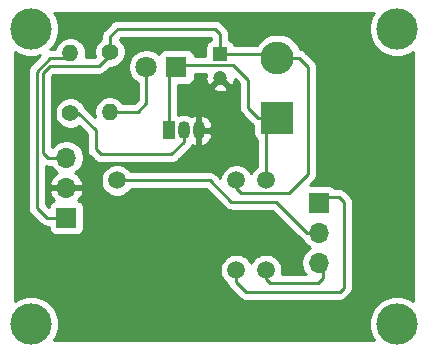
<source format=gbr>
%TF.GenerationSoftware,KiCad,Pcbnew,(5.1.12)-1*%
%TF.CreationDate,2023-08-22T21:21:53+05:30*%
%TF.ProjectId,SINGLE CHANNEL RELAY MODULE,53494e47-4c45-4204-9348-414e4e454c20,rev?*%
%TF.SameCoordinates,Original*%
%TF.FileFunction,Copper,L2,Bot*%
%TF.FilePolarity,Positive*%
%FSLAX46Y46*%
G04 Gerber Fmt 4.6, Leading zero omitted, Abs format (unit mm)*
G04 Created by KiCad (PCBNEW (5.1.12)-1) date 2023-08-22 21:21:53*
%MOMM*%
%LPD*%
G01*
G04 APERTURE LIST*
%TA.AperFunction,ComponentPad*%
%ADD10O,2.800000X2.800000*%
%TD*%
%TA.AperFunction,ComponentPad*%
%ADD11R,2.800000X2.800000*%
%TD*%
%TA.AperFunction,ComponentPad*%
%ADD12C,1.200000*%
%TD*%
%TA.AperFunction,ComponentPad*%
%ADD13R,1.200000X1.200000*%
%TD*%
%TA.AperFunction,ComponentPad*%
%ADD14O,1.400000X1.400000*%
%TD*%
%TA.AperFunction,ComponentPad*%
%ADD15C,1.400000*%
%TD*%
%TA.AperFunction,ComponentPad*%
%ADD16R,1.050000X1.500000*%
%TD*%
%TA.AperFunction,ComponentPad*%
%ADD17O,1.050000X1.500000*%
%TD*%
%TA.AperFunction,ComponentPad*%
%ADD18C,1.508000*%
%TD*%
%TA.AperFunction,ComponentPad*%
%ADD19O,1.700000X1.700000*%
%TD*%
%TA.AperFunction,ComponentPad*%
%ADD20R,1.700000X1.700000*%
%TD*%
%TA.AperFunction,ComponentPad*%
%ADD21C,1.800000*%
%TD*%
%TA.AperFunction,ComponentPad*%
%ADD22R,1.800000X1.800000*%
%TD*%
%TA.AperFunction,ViaPad*%
%ADD23C,3.500000*%
%TD*%
%TA.AperFunction,Conductor*%
%ADD24C,0.250000*%
%TD*%
%TA.AperFunction,Conductor*%
%ADD25C,0.254000*%
%TD*%
%TA.AperFunction,Conductor*%
%ADD26C,0.100000*%
%TD*%
G04 APERTURE END LIST*
D10*
%TO.P,D2,2*%
%TO.N,VCC*%
X160880000Y-77450000D03*
D11*
%TO.P,D2,1*%
%TO.N,Net-(D1-Pad1)*%
X160880000Y-82530000D03*
%TD*%
D12*
%TO.P,C1,2*%
%TO.N,Earth*%
X156020000Y-79140000D03*
D13*
%TO.P,C1,1*%
%TO.N,VCC*%
X156020000Y-77140000D03*
%TD*%
D14*
%TO.P,R2,2*%
%TO.N,Net-(J1-Pad1)*%
X143350000Y-77070000D03*
D15*
%TO.P,R2,1*%
%TO.N,Net-(Q1-Pad2)*%
X143350000Y-82150000D03*
%TD*%
D14*
%TO.P,R1,2*%
%TO.N,Net-(D1-Pad2)*%
X146690000Y-82050000D03*
D15*
%TO.P,R1,1*%
%TO.N,VCC*%
X146690000Y-76970000D03*
%TD*%
D16*
%TO.P,Q1,1*%
%TO.N,Net-(D1-Pad1)*%
X151660000Y-83600000D03*
D17*
%TO.P,Q1,3*%
%TO.N,Earth*%
X154200000Y-83600000D03*
%TO.P,Q1,2*%
%TO.N,Net-(Q1-Pad2)*%
X152930000Y-83600000D03*
%TD*%
D18*
%TO.P,K1,12*%
%TO.N,Net-(J2-Pad3)*%
X159890000Y-95440000D03*
%TO.P,K1,14*%
%TO.N,Net-(J2-Pad1)*%
X157390000Y-95440000D03*
%TO.P,K1,A1*%
%TO.N,Net-(D1-Pad1)*%
X159890000Y-87840000D03*
%TO.P,K1,A2*%
%TO.N,VCC*%
X157390000Y-87840000D03*
%TO.P,K1,11*%
%TO.N,Net-(J2-Pad2)*%
X147290000Y-87840000D03*
%TD*%
D19*
%TO.P,J2,3*%
%TO.N,Net-(J2-Pad3)*%
X164390000Y-94820000D03*
%TO.P,J2,2*%
%TO.N,Net-(J2-Pad2)*%
X164390000Y-92280000D03*
D20*
%TO.P,J2,1*%
%TO.N,Net-(J2-Pad1)*%
X164390000Y-89740000D03*
%TD*%
D19*
%TO.P,J1,3*%
%TO.N,VCC*%
X143000000Y-85920000D03*
%TO.P,J1,2*%
%TO.N,Earth*%
X143000000Y-88460000D03*
D20*
%TO.P,J1,1*%
%TO.N,Net-(J1-Pad1)*%
X143000000Y-91000000D03*
%TD*%
D21*
%TO.P,D1,2*%
%TO.N,Net-(D1-Pad2)*%
X149790000Y-78250000D03*
D22*
%TO.P,D1,1*%
%TO.N,Net-(D1-Pad1)*%
X152330000Y-78250000D03*
%TD*%
D23*
%TO.N,*%
X140000000Y-75000000D03*
X171000000Y-75000000D03*
X140000000Y-100000000D03*
X171000000Y-100000000D03*
%TD*%
D24*
%TO.N,VCC*%
X160570000Y-77140000D02*
X160880000Y-77450000D01*
X156020000Y-77140000D02*
X160570000Y-77140000D01*
X146690000Y-76970000D02*
X146690000Y-75660000D01*
X146690000Y-75660000D02*
X147340000Y-75010000D01*
X147340000Y-75010000D02*
X155600000Y-75010000D01*
X156020000Y-75430000D02*
X156020000Y-77140000D01*
X155600000Y-75010000D02*
X156020000Y-75430000D01*
X162680000Y-77450000D02*
X160880000Y-77450000D01*
X163460000Y-87340000D02*
X163460000Y-78230000D01*
X161890000Y-88910000D02*
X163460000Y-87340000D01*
X160416922Y-88910000D02*
X161890000Y-88910000D01*
X160407921Y-88919001D02*
X160416922Y-88910000D01*
X159372079Y-88919001D02*
X160407921Y-88919001D01*
X159363078Y-88910000D02*
X159372079Y-88919001D01*
X157780000Y-88910000D02*
X159363078Y-88910000D01*
X163460000Y-78230000D02*
X162680000Y-77450000D01*
X157390000Y-88520000D02*
X157780000Y-88910000D01*
X157390000Y-87840000D02*
X157390000Y-88520000D01*
X146690000Y-77225000D02*
X146690000Y-76970000D01*
X145755000Y-78160000D02*
X146690000Y-77225000D01*
X141600000Y-78160000D02*
X145755000Y-78160000D01*
X141030000Y-78730000D02*
X141600000Y-78160000D01*
X141030000Y-85540000D02*
X141030000Y-78730000D01*
X141410000Y-85920000D02*
X141030000Y-85540000D01*
X143000000Y-85920000D02*
X141410000Y-85920000D01*
%TO.N,Net-(D1-Pad2)*%
X149640000Y-78100000D02*
X149790000Y-78250000D01*
X146690000Y-82050000D02*
X149060000Y-82050000D01*
X149790000Y-81320000D02*
X149790000Y-78250000D01*
X149060000Y-82050000D02*
X149790000Y-81320000D01*
%TO.N,Net-(D1-Pad1)*%
X159890000Y-83520000D02*
X160880000Y-82530000D01*
X151660000Y-78920000D02*
X152330000Y-78250000D01*
X151660000Y-83600000D02*
X151660000Y-78920000D01*
X159890000Y-87840000D02*
X159890000Y-83520000D01*
X159230000Y-82530000D02*
X158380000Y-81680000D01*
X160880000Y-82530000D02*
X159230000Y-82530000D01*
X158380000Y-81680000D02*
X158380000Y-79310000D01*
X152514999Y-78065001D02*
X152330000Y-78250000D01*
X157135001Y-78065001D02*
X152514999Y-78065001D01*
X158380000Y-79310000D02*
X157135001Y-78065001D01*
%TO.N,Net-(J1-Pad1)*%
X140480000Y-78640000D02*
X140480000Y-90150000D01*
X141610000Y-77510000D02*
X140480000Y-78640000D01*
X141330000Y-91000000D02*
X143000000Y-91000000D01*
X142910000Y-77510000D02*
X141610000Y-77510000D01*
X140480000Y-90150000D02*
X141330000Y-91000000D01*
X143350000Y-77070000D02*
X142910000Y-77510000D01*
%TO.N,Net-(J2-Pad3)*%
X164770000Y-95200000D02*
X164390000Y-94820000D01*
X164770000Y-96130000D02*
X164770000Y-95200000D01*
X164330000Y-96570000D02*
X164770000Y-96130000D01*
X160270000Y-96570000D02*
X164330000Y-96570000D01*
X159890000Y-96190000D02*
X160270000Y-96570000D01*
X159890000Y-95440000D02*
X159890000Y-96190000D01*
%TO.N,Net-(J2-Pad2)*%
X147290000Y-87840000D02*
X155170000Y-87840000D01*
X155170000Y-87840000D02*
X156970000Y-89640000D01*
X160760000Y-89640000D02*
X163400000Y-92280000D01*
X163400000Y-92280000D02*
X164390000Y-92280000D01*
X156970000Y-89640000D02*
X160760000Y-89640000D01*
%TO.N,Net-(J2-Pad1)*%
X166110000Y-89280000D02*
X164850000Y-89280000D01*
X166510000Y-96930000D02*
X166510000Y-89680000D01*
X166160000Y-97280000D02*
X166510000Y-96930000D01*
X158180000Y-97280000D02*
X166160000Y-97280000D01*
X164850000Y-89280000D02*
X164390000Y-89740000D01*
X166510000Y-89680000D02*
X166110000Y-89280000D01*
X157390000Y-96490000D02*
X158180000Y-97280000D01*
X157390000Y-95440000D02*
X157390000Y-96490000D01*
%TO.N,Net-(Q1-Pad2)*%
X152930000Y-84190002D02*
X152930000Y-83600000D01*
X152930000Y-83600000D02*
X152930000Y-84620000D01*
X152930000Y-84620000D02*
X151900000Y-85650000D01*
X151900000Y-85650000D02*
X145920000Y-85650000D01*
X145920000Y-85650000D02*
X145480000Y-85210000D01*
X145480000Y-85210000D02*
X145480000Y-83620000D01*
X144010000Y-82150000D02*
X143350000Y-82150000D01*
X145480000Y-83620000D02*
X144010000Y-82150000D01*
%TD*%
D25*
%TO.N,Earth*%
X168886440Y-73870279D02*
X168706654Y-74304321D01*
X168615000Y-74765098D01*
X168615000Y-75234902D01*
X168706654Y-75695679D01*
X168886440Y-76129721D01*
X169147450Y-76520349D01*
X169479651Y-76852550D01*
X169870279Y-77113560D01*
X170304321Y-77293346D01*
X170765098Y-77385000D01*
X171234902Y-77385000D01*
X171695679Y-77293346D01*
X172129721Y-77113560D01*
X172340001Y-76973055D01*
X172340000Y-98026944D01*
X172129721Y-97886440D01*
X171695679Y-97706654D01*
X171234902Y-97615000D01*
X170765098Y-97615000D01*
X170304321Y-97706654D01*
X169870279Y-97886440D01*
X169479651Y-98147450D01*
X169147450Y-98479651D01*
X168886440Y-98870279D01*
X168706654Y-99304321D01*
X168615000Y-99765098D01*
X168615000Y-100234902D01*
X168706654Y-100695679D01*
X168886440Y-101129721D01*
X169026944Y-101340000D01*
X141973056Y-101340000D01*
X142113560Y-101129721D01*
X142293346Y-100695679D01*
X142385000Y-100234902D01*
X142385000Y-99765098D01*
X142293346Y-99304321D01*
X142113560Y-98870279D01*
X141852550Y-98479651D01*
X141520349Y-98147450D01*
X141129721Y-97886440D01*
X140695679Y-97706654D01*
X140234902Y-97615000D01*
X139765098Y-97615000D01*
X139304321Y-97706654D01*
X138870279Y-97886440D01*
X138660000Y-98026944D01*
X138660000Y-76973056D01*
X138870279Y-77113560D01*
X139304321Y-77293346D01*
X139765098Y-77385000D01*
X140234902Y-77385000D01*
X140695679Y-77293346D01*
X140791573Y-77253626D01*
X139969002Y-78076196D01*
X139939999Y-78099999D01*
X139896453Y-78153061D01*
X139845026Y-78215724D01*
X139821893Y-78259003D01*
X139774454Y-78347754D01*
X139730997Y-78491015D01*
X139720000Y-78602668D01*
X139720000Y-78602678D01*
X139716324Y-78640000D01*
X139720000Y-78677322D01*
X139720001Y-90112668D01*
X139716324Y-90150000D01*
X139720001Y-90187333D01*
X139726272Y-90250997D01*
X139730998Y-90298985D01*
X139774454Y-90442246D01*
X139845026Y-90574276D01*
X139857931Y-90590000D01*
X139940000Y-90690001D01*
X139968998Y-90713799D01*
X140766201Y-91511003D01*
X140789999Y-91540001D01*
X140818997Y-91563799D01*
X140905724Y-91634974D01*
X141037753Y-91705546D01*
X141181014Y-91749003D01*
X141330000Y-91763677D01*
X141367333Y-91760000D01*
X141511928Y-91760000D01*
X141511928Y-91850000D01*
X141524188Y-91974482D01*
X141560498Y-92094180D01*
X141619463Y-92204494D01*
X141698815Y-92301185D01*
X141795506Y-92380537D01*
X141905820Y-92439502D01*
X142025518Y-92475812D01*
X142150000Y-92488072D01*
X143850000Y-92488072D01*
X143974482Y-92475812D01*
X144094180Y-92439502D01*
X144204494Y-92380537D01*
X144301185Y-92301185D01*
X144380537Y-92204494D01*
X144439502Y-92094180D01*
X144475812Y-91974482D01*
X144488072Y-91850000D01*
X144488072Y-90150000D01*
X144475812Y-90025518D01*
X144439502Y-89905820D01*
X144380537Y-89795506D01*
X144301185Y-89698815D01*
X144204494Y-89619463D01*
X144094180Y-89560498D01*
X144013534Y-89536034D01*
X144097588Y-89460269D01*
X144271641Y-89226920D01*
X144396825Y-88964099D01*
X144441476Y-88816890D01*
X144320155Y-88587000D01*
X143127000Y-88587000D01*
X143127000Y-88607000D01*
X142873000Y-88607000D01*
X142873000Y-88587000D01*
X141679845Y-88587000D01*
X141558524Y-88816890D01*
X141603175Y-88964099D01*
X141728359Y-89226920D01*
X141902412Y-89460269D01*
X141986466Y-89536034D01*
X141905820Y-89560498D01*
X141795506Y-89619463D01*
X141698815Y-89698815D01*
X141619463Y-89795506D01*
X141560498Y-89905820D01*
X141524188Y-90025518D01*
X141515772Y-90110970D01*
X141240000Y-89835199D01*
X141240000Y-86662629D01*
X141261014Y-86669003D01*
X141372667Y-86680000D01*
X141372676Y-86680000D01*
X141409999Y-86683676D01*
X141447322Y-86680000D01*
X141721822Y-86680000D01*
X141846525Y-86866632D01*
X142053368Y-87073475D01*
X142235534Y-87195195D01*
X142118645Y-87264822D01*
X141902412Y-87459731D01*
X141728359Y-87693080D01*
X141603175Y-87955901D01*
X141558524Y-88103110D01*
X141679845Y-88333000D01*
X142873000Y-88333000D01*
X142873000Y-88313000D01*
X143127000Y-88313000D01*
X143127000Y-88333000D01*
X144320155Y-88333000D01*
X144441476Y-88103110D01*
X144396825Y-87955901D01*
X144271641Y-87693080D01*
X144097588Y-87459731D01*
X143881355Y-87264822D01*
X143764466Y-87195195D01*
X143946632Y-87073475D01*
X144153475Y-86866632D01*
X144315990Y-86623411D01*
X144427932Y-86353158D01*
X144485000Y-86066260D01*
X144485000Y-85773740D01*
X144427932Y-85486842D01*
X144315990Y-85216589D01*
X144153475Y-84973368D01*
X143946632Y-84766525D01*
X143703411Y-84604010D01*
X143433158Y-84492068D01*
X143146260Y-84435000D01*
X142853740Y-84435000D01*
X142566842Y-84492068D01*
X142296589Y-84604010D01*
X142053368Y-84766525D01*
X141846525Y-84973368D01*
X141790000Y-85057964D01*
X141790000Y-79044801D01*
X141914802Y-78920000D01*
X145717678Y-78920000D01*
X145755000Y-78923676D01*
X145792322Y-78920000D01*
X145792333Y-78920000D01*
X145903986Y-78909003D01*
X146047247Y-78865546D01*
X146179276Y-78794974D01*
X146295001Y-78700001D01*
X146318804Y-78670998D01*
X146684801Y-78305000D01*
X146821486Y-78305000D01*
X147079405Y-78253696D01*
X147322359Y-78153061D01*
X147541013Y-78006962D01*
X147726962Y-77821013D01*
X147873061Y-77602359D01*
X147973696Y-77359405D01*
X148025000Y-77101486D01*
X148025000Y-76838514D01*
X147973696Y-76580595D01*
X147873061Y-76337641D01*
X147726962Y-76118987D01*
X147541013Y-75933038D01*
X147511490Y-75913311D01*
X147654802Y-75770000D01*
X155260000Y-75770000D01*
X155260000Y-75924962D01*
X155175820Y-75950498D01*
X155065506Y-76009463D01*
X154968815Y-76088815D01*
X154889463Y-76185506D01*
X154830498Y-76295820D01*
X154794188Y-76415518D01*
X154781928Y-76540000D01*
X154781928Y-77305001D01*
X153863640Y-77305001D01*
X153855812Y-77225518D01*
X153819502Y-77105820D01*
X153760537Y-76995506D01*
X153681185Y-76898815D01*
X153584494Y-76819463D01*
X153474180Y-76760498D01*
X153354482Y-76724188D01*
X153230000Y-76711928D01*
X151430000Y-76711928D01*
X151305518Y-76724188D01*
X151185820Y-76760498D01*
X151075506Y-76819463D01*
X150978815Y-76898815D01*
X150899463Y-76995506D01*
X150840498Y-77105820D01*
X150834944Y-77124127D01*
X150768505Y-77057688D01*
X150517095Y-76889701D01*
X150237743Y-76773989D01*
X149941184Y-76715000D01*
X149638816Y-76715000D01*
X149342257Y-76773989D01*
X149062905Y-76889701D01*
X148811495Y-77057688D01*
X148597688Y-77271495D01*
X148429701Y-77522905D01*
X148313989Y-77802257D01*
X148255000Y-78098816D01*
X148255000Y-78401184D01*
X148313989Y-78697743D01*
X148429701Y-78977095D01*
X148597688Y-79228505D01*
X148811495Y-79442312D01*
X149030001Y-79588313D01*
X149030000Y-81005198D01*
X148745199Y-81290000D01*
X147787775Y-81290000D01*
X147726962Y-81198987D01*
X147541013Y-81013038D01*
X147322359Y-80866939D01*
X147079405Y-80766304D01*
X146821486Y-80715000D01*
X146558514Y-80715000D01*
X146300595Y-80766304D01*
X146057641Y-80866939D01*
X145838987Y-81013038D01*
X145653038Y-81198987D01*
X145506939Y-81417641D01*
X145406304Y-81660595D01*
X145355000Y-81918514D01*
X145355000Y-82181486D01*
X145406304Y-82439405D01*
X145429000Y-82494199D01*
X144590067Y-81655266D01*
X144533061Y-81517641D01*
X144386962Y-81298987D01*
X144201013Y-81113038D01*
X143982359Y-80966939D01*
X143739405Y-80866304D01*
X143481486Y-80815000D01*
X143218514Y-80815000D01*
X142960595Y-80866304D01*
X142717641Y-80966939D01*
X142498987Y-81113038D01*
X142313038Y-81298987D01*
X142166939Y-81517641D01*
X142066304Y-81760595D01*
X142015000Y-82018514D01*
X142015000Y-82281486D01*
X142066304Y-82539405D01*
X142166939Y-82782359D01*
X142313038Y-83001013D01*
X142498987Y-83186962D01*
X142717641Y-83333061D01*
X142960595Y-83433696D01*
X143218514Y-83485000D01*
X143481486Y-83485000D01*
X143739405Y-83433696D01*
X143982359Y-83333061D01*
X144063826Y-83278627D01*
X144720001Y-83934803D01*
X144720000Y-85172677D01*
X144716324Y-85210000D01*
X144720000Y-85247322D01*
X144720000Y-85247332D01*
X144730997Y-85358985D01*
X144769781Y-85486842D01*
X144774454Y-85502246D01*
X144845026Y-85634276D01*
X144857931Y-85650000D01*
X144939999Y-85750001D01*
X144969003Y-85773804D01*
X145356196Y-86160997D01*
X145379999Y-86190001D01*
X145447681Y-86245546D01*
X145495723Y-86284974D01*
X145623285Y-86353158D01*
X145627753Y-86355546D01*
X145771014Y-86399003D01*
X145882667Y-86410000D01*
X145882677Y-86410000D01*
X145920000Y-86413676D01*
X145957323Y-86410000D01*
X151862678Y-86410000D01*
X151900000Y-86413676D01*
X151937322Y-86410000D01*
X151937333Y-86410000D01*
X152048986Y-86399003D01*
X152192247Y-86355546D01*
X152324276Y-86284974D01*
X152440001Y-86190001D01*
X152463804Y-86160998D01*
X153441003Y-85183799D01*
X153470001Y-85160001D01*
X153551237Y-85061015D01*
X153564974Y-85044277D01*
X153635546Y-84912247D01*
X153652778Y-84855438D01*
X153832663Y-84935272D01*
X153894190Y-84943964D01*
X154073000Y-84818163D01*
X154073000Y-84053108D01*
X154073215Y-84052399D01*
X154090000Y-83881978D01*
X154090000Y-83727000D01*
X154327000Y-83727000D01*
X154327000Y-84818163D01*
X154505810Y-84943964D01*
X154567337Y-84935272D01*
X154776882Y-84842275D01*
X154964258Y-84710184D01*
X155122264Y-84544076D01*
X155244828Y-84350334D01*
X155327239Y-84136404D01*
X155366331Y-83910507D01*
X155206598Y-83727000D01*
X154327000Y-83727000D01*
X154090000Y-83727000D01*
X154090000Y-83318021D01*
X154073215Y-83147600D01*
X154073000Y-83146891D01*
X154073000Y-82381837D01*
X154327000Y-82381837D01*
X154327000Y-83473000D01*
X155206598Y-83473000D01*
X155366331Y-83289493D01*
X155327239Y-83063596D01*
X155244828Y-82849666D01*
X155122264Y-82655924D01*
X154964258Y-82489816D01*
X154776882Y-82357725D01*
X154567337Y-82264728D01*
X154505810Y-82256036D01*
X154327000Y-82381837D01*
X154073000Y-82381837D01*
X153894190Y-82256036D01*
X153832663Y-82264728D01*
X153623118Y-82357725D01*
X153564669Y-82398929D01*
X153376059Y-82298115D01*
X153157399Y-82231785D01*
X152930000Y-82209388D01*
X152702600Y-82231785D01*
X152493902Y-82295093D01*
X152429180Y-82260498D01*
X152420000Y-82257713D01*
X152420000Y-79989764D01*
X155349841Y-79989764D01*
X155397148Y-80213348D01*
X155618516Y-80314237D01*
X155855313Y-80370000D01*
X156098438Y-80378495D01*
X156338549Y-80339395D01*
X156566418Y-80254202D01*
X156642852Y-80213348D01*
X156690159Y-79989764D01*
X156020000Y-79319605D01*
X155349841Y-79989764D01*
X152420000Y-79989764D01*
X152420000Y-79788072D01*
X153230000Y-79788072D01*
X153354482Y-79775812D01*
X153474180Y-79739502D01*
X153584494Y-79680537D01*
X153681185Y-79601185D01*
X153760537Y-79504494D01*
X153819502Y-79394180D01*
X153855812Y-79274482D01*
X153868072Y-79150000D01*
X153868072Y-78825001D01*
X154825397Y-78825001D01*
X154790000Y-78975313D01*
X154781505Y-79218438D01*
X154820605Y-79458549D01*
X154905798Y-79686418D01*
X154946652Y-79762852D01*
X155170236Y-79810159D01*
X155840395Y-79140000D01*
X155826253Y-79125858D01*
X156005858Y-78946253D01*
X156020000Y-78960395D01*
X156034143Y-78946253D01*
X156213748Y-79125858D01*
X156199605Y-79140000D01*
X156869764Y-79810159D01*
X157093348Y-79762852D01*
X157194237Y-79541484D01*
X157250000Y-79304687D01*
X157251684Y-79256486D01*
X157620001Y-79624803D01*
X157620000Y-81642677D01*
X157616324Y-81680000D01*
X157620000Y-81717322D01*
X157620000Y-81717332D01*
X157630997Y-81828985D01*
X157652847Y-81901015D01*
X157674454Y-81972246D01*
X157745026Y-82104276D01*
X157782551Y-82150000D01*
X157839999Y-82220001D01*
X157869002Y-82243803D01*
X158666201Y-83041003D01*
X158689999Y-83070001D01*
X158805724Y-83164974D01*
X158841928Y-83184326D01*
X158841928Y-83930000D01*
X158854188Y-84054482D01*
X158890498Y-84174180D01*
X158949463Y-84284494D01*
X159028815Y-84381185D01*
X159125506Y-84460537D01*
X159130001Y-84462940D01*
X159130000Y-86677279D01*
X159004564Y-86761093D01*
X158811093Y-86954564D01*
X158659084Y-87182062D01*
X158640000Y-87228135D01*
X158620916Y-87182062D01*
X158468907Y-86954564D01*
X158275436Y-86761093D01*
X158047938Y-86609084D01*
X157795156Y-86504378D01*
X157526805Y-86451000D01*
X157253195Y-86451000D01*
X156984844Y-86504378D01*
X156732062Y-86609084D01*
X156504564Y-86761093D01*
X156311093Y-86954564D01*
X156159084Y-87182062D01*
X156054378Y-87434844D01*
X156018752Y-87613950D01*
X155733803Y-87329002D01*
X155710001Y-87299999D01*
X155594276Y-87205026D01*
X155462247Y-87134454D01*
X155318986Y-87090997D01*
X155207333Y-87080000D01*
X155207322Y-87080000D01*
X155170000Y-87076324D01*
X155132678Y-87080000D01*
X148452720Y-87080000D01*
X148368907Y-86954564D01*
X148175436Y-86761093D01*
X147947938Y-86609084D01*
X147695156Y-86504378D01*
X147426805Y-86451000D01*
X147153195Y-86451000D01*
X146884844Y-86504378D01*
X146632062Y-86609084D01*
X146404564Y-86761093D01*
X146211093Y-86954564D01*
X146059084Y-87182062D01*
X145954378Y-87434844D01*
X145901000Y-87703195D01*
X145901000Y-87976805D01*
X145954378Y-88245156D01*
X146059084Y-88497938D01*
X146211093Y-88725436D01*
X146404564Y-88918907D01*
X146632062Y-89070916D01*
X146884844Y-89175622D01*
X147153195Y-89229000D01*
X147426805Y-89229000D01*
X147695156Y-89175622D01*
X147947938Y-89070916D01*
X148175436Y-88918907D01*
X148368907Y-88725436D01*
X148452720Y-88600000D01*
X154855199Y-88600000D01*
X156406205Y-90151008D01*
X156429999Y-90180001D01*
X156458992Y-90203795D01*
X156458996Y-90203799D01*
X156503108Y-90240000D01*
X156545724Y-90274974D01*
X156677753Y-90345546D01*
X156821014Y-90389003D01*
X156932667Y-90400000D01*
X156932676Y-90400000D01*
X156969999Y-90403676D01*
X157007322Y-90400000D01*
X160445199Y-90400000D01*
X162836201Y-92791003D01*
X162859999Y-92820001D01*
X162975724Y-92914974D01*
X163065551Y-92962988D01*
X163074010Y-92983411D01*
X163236525Y-93226632D01*
X163443368Y-93433475D01*
X163617760Y-93550000D01*
X163443368Y-93666525D01*
X163236525Y-93873368D01*
X163074010Y-94116589D01*
X162962068Y-94386842D01*
X162905000Y-94673740D01*
X162905000Y-94966260D01*
X162962068Y-95253158D01*
X163074010Y-95523411D01*
X163236525Y-95766632D01*
X163279893Y-95810000D01*
X161232615Y-95810000D01*
X161279000Y-95576805D01*
X161279000Y-95303195D01*
X161225622Y-95034844D01*
X161120916Y-94782062D01*
X160968907Y-94554564D01*
X160775436Y-94361093D01*
X160547938Y-94209084D01*
X160295156Y-94104378D01*
X160026805Y-94051000D01*
X159753195Y-94051000D01*
X159484844Y-94104378D01*
X159232062Y-94209084D01*
X159004564Y-94361093D01*
X158811093Y-94554564D01*
X158659084Y-94782062D01*
X158640000Y-94828135D01*
X158620916Y-94782062D01*
X158468907Y-94554564D01*
X158275436Y-94361093D01*
X158047938Y-94209084D01*
X157795156Y-94104378D01*
X157526805Y-94051000D01*
X157253195Y-94051000D01*
X156984844Y-94104378D01*
X156732062Y-94209084D01*
X156504564Y-94361093D01*
X156311093Y-94554564D01*
X156159084Y-94782062D01*
X156054378Y-95034844D01*
X156001000Y-95303195D01*
X156001000Y-95576805D01*
X156054378Y-95845156D01*
X156159084Y-96097938D01*
X156311093Y-96325436D01*
X156504564Y-96518907D01*
X156637949Y-96608032D01*
X156640998Y-96638985D01*
X156684454Y-96782246D01*
X156755026Y-96914276D01*
X156815328Y-96987753D01*
X156850000Y-97030001D01*
X156878998Y-97053799D01*
X157616201Y-97791002D01*
X157639999Y-97820001D01*
X157755724Y-97914974D01*
X157887753Y-97985546D01*
X158031014Y-98029003D01*
X158142667Y-98040000D01*
X158142675Y-98040000D01*
X158180000Y-98043676D01*
X158217325Y-98040000D01*
X166122678Y-98040000D01*
X166160000Y-98043676D01*
X166197322Y-98040000D01*
X166197333Y-98040000D01*
X166308986Y-98029003D01*
X166452247Y-97985546D01*
X166584276Y-97914974D01*
X166700001Y-97820001D01*
X166723804Y-97790997D01*
X167020998Y-97493803D01*
X167050001Y-97470001D01*
X167144974Y-97354276D01*
X167215546Y-97222247D01*
X167259003Y-97078986D01*
X167270000Y-96967333D01*
X167270000Y-96967325D01*
X167273676Y-96930000D01*
X167270000Y-96892675D01*
X167270000Y-89717322D01*
X167273676Y-89679999D01*
X167270000Y-89642676D01*
X167270000Y-89642667D01*
X167259003Y-89531014D01*
X167215546Y-89387753D01*
X167144974Y-89255724D01*
X167050001Y-89139999D01*
X167021002Y-89116200D01*
X166673803Y-88769002D01*
X166650001Y-88739999D01*
X166534276Y-88645026D01*
X166402247Y-88574454D01*
X166258986Y-88530997D01*
X166147333Y-88520000D01*
X166147322Y-88520000D01*
X166110000Y-88516324D01*
X166072678Y-88520000D01*
X165757812Y-88520000D01*
X165691185Y-88438815D01*
X165594494Y-88359463D01*
X165484180Y-88300498D01*
X165364482Y-88264188D01*
X165240000Y-88251928D01*
X163622874Y-88251928D01*
X163971004Y-87903798D01*
X164000001Y-87880001D01*
X164094974Y-87764276D01*
X164165546Y-87632247D01*
X164209003Y-87488986D01*
X164220000Y-87377333D01*
X164220000Y-87377324D01*
X164223676Y-87340001D01*
X164220000Y-87302678D01*
X164220000Y-78267333D01*
X164223677Y-78230000D01*
X164209003Y-78081014D01*
X164165546Y-77937753D01*
X164094974Y-77805724D01*
X164037755Y-77736003D01*
X164000001Y-77689999D01*
X163971002Y-77666201D01*
X163243803Y-76939002D01*
X163220001Y-76909999D01*
X163104276Y-76815026D01*
X162972247Y-76744454D01*
X162828986Y-76700997D01*
X162770015Y-76695189D01*
X162683393Y-76486066D01*
X162460687Y-76152763D01*
X162177237Y-75869313D01*
X161843934Y-75646607D01*
X161473587Y-75493204D01*
X161080430Y-75415000D01*
X160679570Y-75415000D01*
X160286413Y-75493204D01*
X159916066Y-75646607D01*
X159582763Y-75869313D01*
X159299313Y-76152763D01*
X159147478Y-76380000D01*
X157235038Y-76380000D01*
X157209502Y-76295820D01*
X157150537Y-76185506D01*
X157071185Y-76088815D01*
X156974494Y-76009463D01*
X156864180Y-75950498D01*
X156780000Y-75924962D01*
X156780000Y-75467325D01*
X156783676Y-75430000D01*
X156780000Y-75392675D01*
X156780000Y-75392667D01*
X156769003Y-75281014D01*
X156725546Y-75137753D01*
X156654974Y-75005724D01*
X156560001Y-74889999D01*
X156530998Y-74866197D01*
X156163804Y-74499003D01*
X156140001Y-74469999D01*
X156024276Y-74375026D01*
X155892247Y-74304454D01*
X155748986Y-74260997D01*
X155637333Y-74250000D01*
X155637322Y-74250000D01*
X155600000Y-74246324D01*
X155562678Y-74250000D01*
X147377323Y-74250000D01*
X147340000Y-74246324D01*
X147302677Y-74250000D01*
X147302667Y-74250000D01*
X147191014Y-74260997D01*
X147047753Y-74304454D01*
X146915724Y-74375026D01*
X146799999Y-74469999D01*
X146776200Y-74498998D01*
X146178998Y-75096201D01*
X146150000Y-75119999D01*
X146126202Y-75148997D01*
X146126201Y-75148998D01*
X146055026Y-75235724D01*
X145984454Y-75367754D01*
X145940998Y-75511015D01*
X145926324Y-75660000D01*
X145930001Y-75697332D01*
X145930001Y-75872225D01*
X145838987Y-75933038D01*
X145653038Y-76118987D01*
X145506939Y-76337641D01*
X145406304Y-76580595D01*
X145355000Y-76838514D01*
X145355000Y-77101486D01*
X145406304Y-77359405D01*
X145423119Y-77400000D01*
X144645513Y-77400000D01*
X144685000Y-77201486D01*
X144685000Y-76938514D01*
X144633696Y-76680595D01*
X144533061Y-76437641D01*
X144386962Y-76218987D01*
X144201013Y-76033038D01*
X143982359Y-75886939D01*
X143739405Y-75786304D01*
X143481486Y-75735000D01*
X143218514Y-75735000D01*
X142960595Y-75786304D01*
X142717641Y-75886939D01*
X142498987Y-76033038D01*
X142313038Y-76218987D01*
X142166939Y-76437641D01*
X142066304Y-76680595D01*
X142052498Y-76750000D01*
X141647322Y-76750000D01*
X141625089Y-76747810D01*
X141852550Y-76520349D01*
X142113560Y-76129721D01*
X142293346Y-75695679D01*
X142385000Y-75234902D01*
X142385000Y-74765098D01*
X142293346Y-74304321D01*
X142113560Y-73870279D01*
X141973056Y-73660000D01*
X169026944Y-73660000D01*
X168886440Y-73870279D01*
%TA.AperFunction,Conductor*%
D26*
G36*
X168886440Y-73870279D02*
G01*
X168706654Y-74304321D01*
X168615000Y-74765098D01*
X168615000Y-75234902D01*
X168706654Y-75695679D01*
X168886440Y-76129721D01*
X169147450Y-76520349D01*
X169479651Y-76852550D01*
X169870279Y-77113560D01*
X170304321Y-77293346D01*
X170765098Y-77385000D01*
X171234902Y-77385000D01*
X171695679Y-77293346D01*
X172129721Y-77113560D01*
X172340001Y-76973055D01*
X172340000Y-98026944D01*
X172129721Y-97886440D01*
X171695679Y-97706654D01*
X171234902Y-97615000D01*
X170765098Y-97615000D01*
X170304321Y-97706654D01*
X169870279Y-97886440D01*
X169479651Y-98147450D01*
X169147450Y-98479651D01*
X168886440Y-98870279D01*
X168706654Y-99304321D01*
X168615000Y-99765098D01*
X168615000Y-100234902D01*
X168706654Y-100695679D01*
X168886440Y-101129721D01*
X169026944Y-101340000D01*
X141973056Y-101340000D01*
X142113560Y-101129721D01*
X142293346Y-100695679D01*
X142385000Y-100234902D01*
X142385000Y-99765098D01*
X142293346Y-99304321D01*
X142113560Y-98870279D01*
X141852550Y-98479651D01*
X141520349Y-98147450D01*
X141129721Y-97886440D01*
X140695679Y-97706654D01*
X140234902Y-97615000D01*
X139765098Y-97615000D01*
X139304321Y-97706654D01*
X138870279Y-97886440D01*
X138660000Y-98026944D01*
X138660000Y-76973056D01*
X138870279Y-77113560D01*
X139304321Y-77293346D01*
X139765098Y-77385000D01*
X140234902Y-77385000D01*
X140695679Y-77293346D01*
X140791573Y-77253626D01*
X139969002Y-78076196D01*
X139939999Y-78099999D01*
X139896453Y-78153061D01*
X139845026Y-78215724D01*
X139821893Y-78259003D01*
X139774454Y-78347754D01*
X139730997Y-78491015D01*
X139720000Y-78602668D01*
X139720000Y-78602678D01*
X139716324Y-78640000D01*
X139720000Y-78677322D01*
X139720001Y-90112668D01*
X139716324Y-90150000D01*
X139720001Y-90187333D01*
X139726272Y-90250997D01*
X139730998Y-90298985D01*
X139774454Y-90442246D01*
X139845026Y-90574276D01*
X139857931Y-90590000D01*
X139940000Y-90690001D01*
X139968998Y-90713799D01*
X140766201Y-91511003D01*
X140789999Y-91540001D01*
X140818997Y-91563799D01*
X140905724Y-91634974D01*
X141037753Y-91705546D01*
X141181014Y-91749003D01*
X141330000Y-91763677D01*
X141367333Y-91760000D01*
X141511928Y-91760000D01*
X141511928Y-91850000D01*
X141524188Y-91974482D01*
X141560498Y-92094180D01*
X141619463Y-92204494D01*
X141698815Y-92301185D01*
X141795506Y-92380537D01*
X141905820Y-92439502D01*
X142025518Y-92475812D01*
X142150000Y-92488072D01*
X143850000Y-92488072D01*
X143974482Y-92475812D01*
X144094180Y-92439502D01*
X144204494Y-92380537D01*
X144301185Y-92301185D01*
X144380537Y-92204494D01*
X144439502Y-92094180D01*
X144475812Y-91974482D01*
X144488072Y-91850000D01*
X144488072Y-90150000D01*
X144475812Y-90025518D01*
X144439502Y-89905820D01*
X144380537Y-89795506D01*
X144301185Y-89698815D01*
X144204494Y-89619463D01*
X144094180Y-89560498D01*
X144013534Y-89536034D01*
X144097588Y-89460269D01*
X144271641Y-89226920D01*
X144396825Y-88964099D01*
X144441476Y-88816890D01*
X144320155Y-88587000D01*
X143127000Y-88587000D01*
X143127000Y-88607000D01*
X142873000Y-88607000D01*
X142873000Y-88587000D01*
X141679845Y-88587000D01*
X141558524Y-88816890D01*
X141603175Y-88964099D01*
X141728359Y-89226920D01*
X141902412Y-89460269D01*
X141986466Y-89536034D01*
X141905820Y-89560498D01*
X141795506Y-89619463D01*
X141698815Y-89698815D01*
X141619463Y-89795506D01*
X141560498Y-89905820D01*
X141524188Y-90025518D01*
X141515772Y-90110970D01*
X141240000Y-89835199D01*
X141240000Y-86662629D01*
X141261014Y-86669003D01*
X141372667Y-86680000D01*
X141372676Y-86680000D01*
X141409999Y-86683676D01*
X141447322Y-86680000D01*
X141721822Y-86680000D01*
X141846525Y-86866632D01*
X142053368Y-87073475D01*
X142235534Y-87195195D01*
X142118645Y-87264822D01*
X141902412Y-87459731D01*
X141728359Y-87693080D01*
X141603175Y-87955901D01*
X141558524Y-88103110D01*
X141679845Y-88333000D01*
X142873000Y-88333000D01*
X142873000Y-88313000D01*
X143127000Y-88313000D01*
X143127000Y-88333000D01*
X144320155Y-88333000D01*
X144441476Y-88103110D01*
X144396825Y-87955901D01*
X144271641Y-87693080D01*
X144097588Y-87459731D01*
X143881355Y-87264822D01*
X143764466Y-87195195D01*
X143946632Y-87073475D01*
X144153475Y-86866632D01*
X144315990Y-86623411D01*
X144427932Y-86353158D01*
X144485000Y-86066260D01*
X144485000Y-85773740D01*
X144427932Y-85486842D01*
X144315990Y-85216589D01*
X144153475Y-84973368D01*
X143946632Y-84766525D01*
X143703411Y-84604010D01*
X143433158Y-84492068D01*
X143146260Y-84435000D01*
X142853740Y-84435000D01*
X142566842Y-84492068D01*
X142296589Y-84604010D01*
X142053368Y-84766525D01*
X141846525Y-84973368D01*
X141790000Y-85057964D01*
X141790000Y-79044801D01*
X141914802Y-78920000D01*
X145717678Y-78920000D01*
X145755000Y-78923676D01*
X145792322Y-78920000D01*
X145792333Y-78920000D01*
X145903986Y-78909003D01*
X146047247Y-78865546D01*
X146179276Y-78794974D01*
X146295001Y-78700001D01*
X146318804Y-78670998D01*
X146684801Y-78305000D01*
X146821486Y-78305000D01*
X147079405Y-78253696D01*
X147322359Y-78153061D01*
X147541013Y-78006962D01*
X147726962Y-77821013D01*
X147873061Y-77602359D01*
X147973696Y-77359405D01*
X148025000Y-77101486D01*
X148025000Y-76838514D01*
X147973696Y-76580595D01*
X147873061Y-76337641D01*
X147726962Y-76118987D01*
X147541013Y-75933038D01*
X147511490Y-75913311D01*
X147654802Y-75770000D01*
X155260000Y-75770000D01*
X155260000Y-75924962D01*
X155175820Y-75950498D01*
X155065506Y-76009463D01*
X154968815Y-76088815D01*
X154889463Y-76185506D01*
X154830498Y-76295820D01*
X154794188Y-76415518D01*
X154781928Y-76540000D01*
X154781928Y-77305001D01*
X153863640Y-77305001D01*
X153855812Y-77225518D01*
X153819502Y-77105820D01*
X153760537Y-76995506D01*
X153681185Y-76898815D01*
X153584494Y-76819463D01*
X153474180Y-76760498D01*
X153354482Y-76724188D01*
X153230000Y-76711928D01*
X151430000Y-76711928D01*
X151305518Y-76724188D01*
X151185820Y-76760498D01*
X151075506Y-76819463D01*
X150978815Y-76898815D01*
X150899463Y-76995506D01*
X150840498Y-77105820D01*
X150834944Y-77124127D01*
X150768505Y-77057688D01*
X150517095Y-76889701D01*
X150237743Y-76773989D01*
X149941184Y-76715000D01*
X149638816Y-76715000D01*
X149342257Y-76773989D01*
X149062905Y-76889701D01*
X148811495Y-77057688D01*
X148597688Y-77271495D01*
X148429701Y-77522905D01*
X148313989Y-77802257D01*
X148255000Y-78098816D01*
X148255000Y-78401184D01*
X148313989Y-78697743D01*
X148429701Y-78977095D01*
X148597688Y-79228505D01*
X148811495Y-79442312D01*
X149030001Y-79588313D01*
X149030000Y-81005198D01*
X148745199Y-81290000D01*
X147787775Y-81290000D01*
X147726962Y-81198987D01*
X147541013Y-81013038D01*
X147322359Y-80866939D01*
X147079405Y-80766304D01*
X146821486Y-80715000D01*
X146558514Y-80715000D01*
X146300595Y-80766304D01*
X146057641Y-80866939D01*
X145838987Y-81013038D01*
X145653038Y-81198987D01*
X145506939Y-81417641D01*
X145406304Y-81660595D01*
X145355000Y-81918514D01*
X145355000Y-82181486D01*
X145406304Y-82439405D01*
X145429000Y-82494199D01*
X144590067Y-81655266D01*
X144533061Y-81517641D01*
X144386962Y-81298987D01*
X144201013Y-81113038D01*
X143982359Y-80966939D01*
X143739405Y-80866304D01*
X143481486Y-80815000D01*
X143218514Y-80815000D01*
X142960595Y-80866304D01*
X142717641Y-80966939D01*
X142498987Y-81113038D01*
X142313038Y-81298987D01*
X142166939Y-81517641D01*
X142066304Y-81760595D01*
X142015000Y-82018514D01*
X142015000Y-82281486D01*
X142066304Y-82539405D01*
X142166939Y-82782359D01*
X142313038Y-83001013D01*
X142498987Y-83186962D01*
X142717641Y-83333061D01*
X142960595Y-83433696D01*
X143218514Y-83485000D01*
X143481486Y-83485000D01*
X143739405Y-83433696D01*
X143982359Y-83333061D01*
X144063826Y-83278627D01*
X144720001Y-83934803D01*
X144720000Y-85172677D01*
X144716324Y-85210000D01*
X144720000Y-85247322D01*
X144720000Y-85247332D01*
X144730997Y-85358985D01*
X144769781Y-85486842D01*
X144774454Y-85502246D01*
X144845026Y-85634276D01*
X144857931Y-85650000D01*
X144939999Y-85750001D01*
X144969003Y-85773804D01*
X145356196Y-86160997D01*
X145379999Y-86190001D01*
X145447681Y-86245546D01*
X145495723Y-86284974D01*
X145623285Y-86353158D01*
X145627753Y-86355546D01*
X145771014Y-86399003D01*
X145882667Y-86410000D01*
X145882677Y-86410000D01*
X145920000Y-86413676D01*
X145957323Y-86410000D01*
X151862678Y-86410000D01*
X151900000Y-86413676D01*
X151937322Y-86410000D01*
X151937333Y-86410000D01*
X152048986Y-86399003D01*
X152192247Y-86355546D01*
X152324276Y-86284974D01*
X152440001Y-86190001D01*
X152463804Y-86160998D01*
X153441003Y-85183799D01*
X153470001Y-85160001D01*
X153551237Y-85061015D01*
X153564974Y-85044277D01*
X153635546Y-84912247D01*
X153652778Y-84855438D01*
X153832663Y-84935272D01*
X153894190Y-84943964D01*
X154073000Y-84818163D01*
X154073000Y-84053108D01*
X154073215Y-84052399D01*
X154090000Y-83881978D01*
X154090000Y-83727000D01*
X154327000Y-83727000D01*
X154327000Y-84818163D01*
X154505810Y-84943964D01*
X154567337Y-84935272D01*
X154776882Y-84842275D01*
X154964258Y-84710184D01*
X155122264Y-84544076D01*
X155244828Y-84350334D01*
X155327239Y-84136404D01*
X155366331Y-83910507D01*
X155206598Y-83727000D01*
X154327000Y-83727000D01*
X154090000Y-83727000D01*
X154090000Y-83318021D01*
X154073215Y-83147600D01*
X154073000Y-83146891D01*
X154073000Y-82381837D01*
X154327000Y-82381837D01*
X154327000Y-83473000D01*
X155206598Y-83473000D01*
X155366331Y-83289493D01*
X155327239Y-83063596D01*
X155244828Y-82849666D01*
X155122264Y-82655924D01*
X154964258Y-82489816D01*
X154776882Y-82357725D01*
X154567337Y-82264728D01*
X154505810Y-82256036D01*
X154327000Y-82381837D01*
X154073000Y-82381837D01*
X153894190Y-82256036D01*
X153832663Y-82264728D01*
X153623118Y-82357725D01*
X153564669Y-82398929D01*
X153376059Y-82298115D01*
X153157399Y-82231785D01*
X152930000Y-82209388D01*
X152702600Y-82231785D01*
X152493902Y-82295093D01*
X152429180Y-82260498D01*
X152420000Y-82257713D01*
X152420000Y-79989764D01*
X155349841Y-79989764D01*
X155397148Y-80213348D01*
X155618516Y-80314237D01*
X155855313Y-80370000D01*
X156098438Y-80378495D01*
X156338549Y-80339395D01*
X156566418Y-80254202D01*
X156642852Y-80213348D01*
X156690159Y-79989764D01*
X156020000Y-79319605D01*
X155349841Y-79989764D01*
X152420000Y-79989764D01*
X152420000Y-79788072D01*
X153230000Y-79788072D01*
X153354482Y-79775812D01*
X153474180Y-79739502D01*
X153584494Y-79680537D01*
X153681185Y-79601185D01*
X153760537Y-79504494D01*
X153819502Y-79394180D01*
X153855812Y-79274482D01*
X153868072Y-79150000D01*
X153868072Y-78825001D01*
X154825397Y-78825001D01*
X154790000Y-78975313D01*
X154781505Y-79218438D01*
X154820605Y-79458549D01*
X154905798Y-79686418D01*
X154946652Y-79762852D01*
X155170236Y-79810159D01*
X155840395Y-79140000D01*
X155826253Y-79125858D01*
X156005858Y-78946253D01*
X156020000Y-78960395D01*
X156034143Y-78946253D01*
X156213748Y-79125858D01*
X156199605Y-79140000D01*
X156869764Y-79810159D01*
X157093348Y-79762852D01*
X157194237Y-79541484D01*
X157250000Y-79304687D01*
X157251684Y-79256486D01*
X157620001Y-79624803D01*
X157620000Y-81642677D01*
X157616324Y-81680000D01*
X157620000Y-81717322D01*
X157620000Y-81717332D01*
X157630997Y-81828985D01*
X157652847Y-81901015D01*
X157674454Y-81972246D01*
X157745026Y-82104276D01*
X157782551Y-82150000D01*
X157839999Y-82220001D01*
X157869002Y-82243803D01*
X158666201Y-83041003D01*
X158689999Y-83070001D01*
X158805724Y-83164974D01*
X158841928Y-83184326D01*
X158841928Y-83930000D01*
X158854188Y-84054482D01*
X158890498Y-84174180D01*
X158949463Y-84284494D01*
X159028815Y-84381185D01*
X159125506Y-84460537D01*
X159130001Y-84462940D01*
X159130000Y-86677279D01*
X159004564Y-86761093D01*
X158811093Y-86954564D01*
X158659084Y-87182062D01*
X158640000Y-87228135D01*
X158620916Y-87182062D01*
X158468907Y-86954564D01*
X158275436Y-86761093D01*
X158047938Y-86609084D01*
X157795156Y-86504378D01*
X157526805Y-86451000D01*
X157253195Y-86451000D01*
X156984844Y-86504378D01*
X156732062Y-86609084D01*
X156504564Y-86761093D01*
X156311093Y-86954564D01*
X156159084Y-87182062D01*
X156054378Y-87434844D01*
X156018752Y-87613950D01*
X155733803Y-87329002D01*
X155710001Y-87299999D01*
X155594276Y-87205026D01*
X155462247Y-87134454D01*
X155318986Y-87090997D01*
X155207333Y-87080000D01*
X155207322Y-87080000D01*
X155170000Y-87076324D01*
X155132678Y-87080000D01*
X148452720Y-87080000D01*
X148368907Y-86954564D01*
X148175436Y-86761093D01*
X147947938Y-86609084D01*
X147695156Y-86504378D01*
X147426805Y-86451000D01*
X147153195Y-86451000D01*
X146884844Y-86504378D01*
X146632062Y-86609084D01*
X146404564Y-86761093D01*
X146211093Y-86954564D01*
X146059084Y-87182062D01*
X145954378Y-87434844D01*
X145901000Y-87703195D01*
X145901000Y-87976805D01*
X145954378Y-88245156D01*
X146059084Y-88497938D01*
X146211093Y-88725436D01*
X146404564Y-88918907D01*
X146632062Y-89070916D01*
X146884844Y-89175622D01*
X147153195Y-89229000D01*
X147426805Y-89229000D01*
X147695156Y-89175622D01*
X147947938Y-89070916D01*
X148175436Y-88918907D01*
X148368907Y-88725436D01*
X148452720Y-88600000D01*
X154855199Y-88600000D01*
X156406205Y-90151008D01*
X156429999Y-90180001D01*
X156458992Y-90203795D01*
X156458996Y-90203799D01*
X156503108Y-90240000D01*
X156545724Y-90274974D01*
X156677753Y-90345546D01*
X156821014Y-90389003D01*
X156932667Y-90400000D01*
X156932676Y-90400000D01*
X156969999Y-90403676D01*
X157007322Y-90400000D01*
X160445199Y-90400000D01*
X162836201Y-92791003D01*
X162859999Y-92820001D01*
X162975724Y-92914974D01*
X163065551Y-92962988D01*
X163074010Y-92983411D01*
X163236525Y-93226632D01*
X163443368Y-93433475D01*
X163617760Y-93550000D01*
X163443368Y-93666525D01*
X163236525Y-93873368D01*
X163074010Y-94116589D01*
X162962068Y-94386842D01*
X162905000Y-94673740D01*
X162905000Y-94966260D01*
X162962068Y-95253158D01*
X163074010Y-95523411D01*
X163236525Y-95766632D01*
X163279893Y-95810000D01*
X161232615Y-95810000D01*
X161279000Y-95576805D01*
X161279000Y-95303195D01*
X161225622Y-95034844D01*
X161120916Y-94782062D01*
X160968907Y-94554564D01*
X160775436Y-94361093D01*
X160547938Y-94209084D01*
X160295156Y-94104378D01*
X160026805Y-94051000D01*
X159753195Y-94051000D01*
X159484844Y-94104378D01*
X159232062Y-94209084D01*
X159004564Y-94361093D01*
X158811093Y-94554564D01*
X158659084Y-94782062D01*
X158640000Y-94828135D01*
X158620916Y-94782062D01*
X158468907Y-94554564D01*
X158275436Y-94361093D01*
X158047938Y-94209084D01*
X157795156Y-94104378D01*
X157526805Y-94051000D01*
X157253195Y-94051000D01*
X156984844Y-94104378D01*
X156732062Y-94209084D01*
X156504564Y-94361093D01*
X156311093Y-94554564D01*
X156159084Y-94782062D01*
X156054378Y-95034844D01*
X156001000Y-95303195D01*
X156001000Y-95576805D01*
X156054378Y-95845156D01*
X156159084Y-96097938D01*
X156311093Y-96325436D01*
X156504564Y-96518907D01*
X156637949Y-96608032D01*
X156640998Y-96638985D01*
X156684454Y-96782246D01*
X156755026Y-96914276D01*
X156815328Y-96987753D01*
X156850000Y-97030001D01*
X156878998Y-97053799D01*
X157616201Y-97791002D01*
X157639999Y-97820001D01*
X157755724Y-97914974D01*
X157887753Y-97985546D01*
X158031014Y-98029003D01*
X158142667Y-98040000D01*
X158142675Y-98040000D01*
X158180000Y-98043676D01*
X158217325Y-98040000D01*
X166122678Y-98040000D01*
X166160000Y-98043676D01*
X166197322Y-98040000D01*
X166197333Y-98040000D01*
X166308986Y-98029003D01*
X166452247Y-97985546D01*
X166584276Y-97914974D01*
X166700001Y-97820001D01*
X166723804Y-97790997D01*
X167020998Y-97493803D01*
X167050001Y-97470001D01*
X167144974Y-97354276D01*
X167215546Y-97222247D01*
X167259003Y-97078986D01*
X167270000Y-96967333D01*
X167270000Y-96967325D01*
X167273676Y-96930000D01*
X167270000Y-96892675D01*
X167270000Y-89717322D01*
X167273676Y-89679999D01*
X167270000Y-89642676D01*
X167270000Y-89642667D01*
X167259003Y-89531014D01*
X167215546Y-89387753D01*
X167144974Y-89255724D01*
X167050001Y-89139999D01*
X167021002Y-89116200D01*
X166673803Y-88769002D01*
X166650001Y-88739999D01*
X166534276Y-88645026D01*
X166402247Y-88574454D01*
X166258986Y-88530997D01*
X166147333Y-88520000D01*
X166147322Y-88520000D01*
X166110000Y-88516324D01*
X166072678Y-88520000D01*
X165757812Y-88520000D01*
X165691185Y-88438815D01*
X165594494Y-88359463D01*
X165484180Y-88300498D01*
X165364482Y-88264188D01*
X165240000Y-88251928D01*
X163622874Y-88251928D01*
X163971004Y-87903798D01*
X164000001Y-87880001D01*
X164094974Y-87764276D01*
X164165546Y-87632247D01*
X164209003Y-87488986D01*
X164220000Y-87377333D01*
X164220000Y-87377324D01*
X164223676Y-87340001D01*
X164220000Y-87302678D01*
X164220000Y-78267333D01*
X164223677Y-78230000D01*
X164209003Y-78081014D01*
X164165546Y-77937753D01*
X164094974Y-77805724D01*
X164037755Y-77736003D01*
X164000001Y-77689999D01*
X163971002Y-77666201D01*
X163243803Y-76939002D01*
X163220001Y-76909999D01*
X163104276Y-76815026D01*
X162972247Y-76744454D01*
X162828986Y-76700997D01*
X162770015Y-76695189D01*
X162683393Y-76486066D01*
X162460687Y-76152763D01*
X162177237Y-75869313D01*
X161843934Y-75646607D01*
X161473587Y-75493204D01*
X161080430Y-75415000D01*
X160679570Y-75415000D01*
X160286413Y-75493204D01*
X159916066Y-75646607D01*
X159582763Y-75869313D01*
X159299313Y-76152763D01*
X159147478Y-76380000D01*
X157235038Y-76380000D01*
X157209502Y-76295820D01*
X157150537Y-76185506D01*
X157071185Y-76088815D01*
X156974494Y-76009463D01*
X156864180Y-75950498D01*
X156780000Y-75924962D01*
X156780000Y-75467325D01*
X156783676Y-75430000D01*
X156780000Y-75392675D01*
X156780000Y-75392667D01*
X156769003Y-75281014D01*
X156725546Y-75137753D01*
X156654974Y-75005724D01*
X156560001Y-74889999D01*
X156530998Y-74866197D01*
X156163804Y-74499003D01*
X156140001Y-74469999D01*
X156024276Y-74375026D01*
X155892247Y-74304454D01*
X155748986Y-74260997D01*
X155637333Y-74250000D01*
X155637322Y-74250000D01*
X155600000Y-74246324D01*
X155562678Y-74250000D01*
X147377323Y-74250000D01*
X147340000Y-74246324D01*
X147302677Y-74250000D01*
X147302667Y-74250000D01*
X147191014Y-74260997D01*
X147047753Y-74304454D01*
X146915724Y-74375026D01*
X146799999Y-74469999D01*
X146776200Y-74498998D01*
X146178998Y-75096201D01*
X146150000Y-75119999D01*
X146126202Y-75148997D01*
X146126201Y-75148998D01*
X146055026Y-75235724D01*
X145984454Y-75367754D01*
X145940998Y-75511015D01*
X145926324Y-75660000D01*
X145930001Y-75697332D01*
X145930001Y-75872225D01*
X145838987Y-75933038D01*
X145653038Y-76118987D01*
X145506939Y-76337641D01*
X145406304Y-76580595D01*
X145355000Y-76838514D01*
X145355000Y-77101486D01*
X145406304Y-77359405D01*
X145423119Y-77400000D01*
X144645513Y-77400000D01*
X144685000Y-77201486D01*
X144685000Y-76938514D01*
X144633696Y-76680595D01*
X144533061Y-76437641D01*
X144386962Y-76218987D01*
X144201013Y-76033038D01*
X143982359Y-75886939D01*
X143739405Y-75786304D01*
X143481486Y-75735000D01*
X143218514Y-75735000D01*
X142960595Y-75786304D01*
X142717641Y-75886939D01*
X142498987Y-76033038D01*
X142313038Y-76218987D01*
X142166939Y-76437641D01*
X142066304Y-76680595D01*
X142052498Y-76750000D01*
X141647322Y-76750000D01*
X141625089Y-76747810D01*
X141852550Y-76520349D01*
X142113560Y-76129721D01*
X142293346Y-75695679D01*
X142385000Y-75234902D01*
X142385000Y-74765098D01*
X142293346Y-74304321D01*
X142113560Y-73870279D01*
X141973056Y-73660000D01*
X169026944Y-73660000D01*
X168886440Y-73870279D01*
G37*
%TD.AperFunction*%
%TD*%
M02*

</source>
